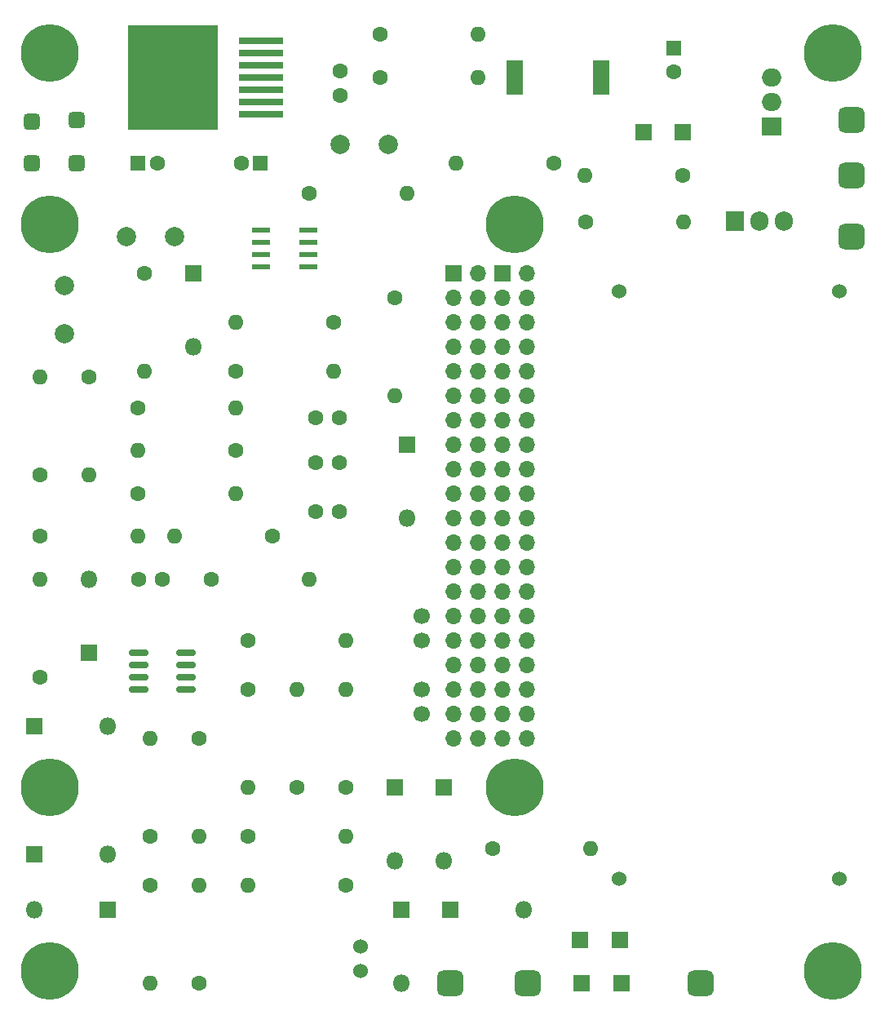
<source format=gbr>
%TF.GenerationSoftware,KiCad,Pcbnew,6.0.8*%
%TF.CreationDate,2023-11-11T15:33:24-08:00*%
%TF.ProjectId,GracefulPSU,47726163-6566-4756-9c50-53552e6b6963,rev?*%
%TF.SameCoordinates,Original*%
%TF.FileFunction,Soldermask,Top*%
%TF.FilePolarity,Negative*%
%FSLAX46Y46*%
G04 Gerber Fmt 4.6, Leading zero omitted, Abs format (unit mm)*
G04 Created by KiCad (PCBNEW 6.0.8) date 2023-11-11 15:33:24*
%MOMM*%
%LPD*%
G01*
G04 APERTURE LIST*
G04 Aperture macros list*
%AMRoundRect*
0 Rectangle with rounded corners*
0 $1 Rounding radius*
0 $2 $3 $4 $5 $6 $7 $8 $9 X,Y pos of 4 corners*
0 Add a 4 corners polygon primitive as box body*
4,1,4,$2,$3,$4,$5,$6,$7,$8,$9,$2,$3,0*
0 Add four circle primitives for the rounded corners*
1,1,$1+$1,$2,$3*
1,1,$1+$1,$4,$5*
1,1,$1+$1,$6,$7*
1,1,$1+$1,$8,$9*
0 Add four rect primitives between the rounded corners*
20,1,$1+$1,$2,$3,$4,$5,0*
20,1,$1+$1,$4,$5,$6,$7,0*
20,1,$1+$1,$6,$7,$8,$9,0*
20,1,$1+$1,$8,$9,$2,$3,0*%
G04 Aperture macros list end*
%ADD10C,1.700000*%
%ADD11C,1.600000*%
%ADD12O,1.600000X1.600000*%
%ADD13R,1.905000X2.000000*%
%ADD14O,1.905000X2.000000*%
%ADD15R,1.600000X1.600000*%
%ADD16R,1.800000X1.800000*%
%ADD17O,1.800000X1.800000*%
%ADD18C,6.000000*%
%ADD19RoundRect,0.675000X-0.675000X-0.675000X0.675000X-0.675000X0.675000X0.675000X-0.675000X0.675000X0*%
%ADD20R,2.000000X1.905000*%
%ADD21O,2.000000X1.905000*%
%ADD22RoundRect,0.150000X-0.825000X-0.150000X0.825000X-0.150000X0.825000X0.150000X-0.825000X0.150000X0*%
%ADD23RoundRect,0.425000X0.425000X-0.425000X0.425000X0.425000X-0.425000X0.425000X-0.425000X-0.425000X0*%
%ADD24C,2.000000*%
%ADD25C,1.524000*%
%ADD26R,1.970000X0.570000*%
%ADD27R,1.700000X1.700000*%
%ADD28O,1.700000X1.700000*%
%ADD29R,1.800000X1.700000*%
%ADD30RoundRect,0.425000X-0.425000X-0.425000X0.425000X-0.425000X0.425000X0.425000X-0.425000X0.425000X0*%
%ADD31R,1.800000X3.600000*%
%ADD32R,4.600000X0.800000*%
%ADD33R,9.400000X10.800000*%
G04 APERTURE END LIST*
D10*
%TO.C,JP4*%
X138924000Y-108585000D03*
%TD*%
%TO.C,JP3*%
X138924000Y-111125000D03*
%TD*%
%TO.C,JP2*%
X138924000Y-103505000D03*
%TD*%
%TO.C,JP1*%
X138924000Y-100965000D03*
%TD*%
D11*
%TO.C,C1*%
X127895000Y-90170000D03*
X130395000Y-90170000D03*
%TD*%
%TO.C,R13*%
X155942000Y-60071000D03*
D12*
X166102000Y-60071000D03*
%TD*%
D13*
%TO.C,Q1*%
X171450000Y-60000000D03*
D14*
X173990000Y-60000000D03*
X176530000Y-60000000D03*
%TD*%
D15*
%TO.C,C8*%
X109460000Y-53975000D03*
D11*
X111460000Y-53975000D03*
%TD*%
%TO.C,R8*%
X120890000Y-123825000D03*
D12*
X131050000Y-123825000D03*
%TD*%
D11*
%TO.C,R22*%
X129780000Y-70485000D03*
D12*
X119620000Y-70485000D03*
%TD*%
D11*
%TO.C,C4*%
X112000000Y-97155000D03*
X109500000Y-97155000D03*
%TD*%
%TO.C,R17*%
X115810000Y-113665000D03*
D12*
X115810000Y-123825000D03*
%TD*%
D11*
%TO.C,R1*%
X120890000Y-103505000D03*
D12*
X131050000Y-103505000D03*
%TD*%
D16*
%TO.C,D2*%
X136130000Y-118745000D03*
D17*
X136130000Y-126365000D03*
%TD*%
D11*
%TO.C,R14*%
X165975000Y-55245000D03*
D12*
X155815000Y-55245000D03*
%TD*%
D11*
%TO.C,C3*%
X130395000Y-85090000D03*
X127895000Y-85090000D03*
%TD*%
%TO.C,R28*%
X127240000Y-57150000D03*
D12*
X137400000Y-57150000D03*
%TD*%
D16*
%TO.C,D8*%
X98665000Y-125730000D03*
D17*
X106285000Y-125730000D03*
%TD*%
D18*
%TO.C,H5*%
X100330000Y-118745000D03*
%TD*%
D11*
%TO.C,R5*%
X131050000Y-118745000D03*
D12*
X131050000Y-108585000D03*
%TD*%
D18*
%TO.C,H2*%
X181610000Y-42545000D03*
%TD*%
D11*
%TO.C,R11*%
X123430000Y-92710000D03*
D12*
X113270000Y-92710000D03*
%TD*%
D11*
%TO.C,R23*%
X109460000Y-79375000D03*
D12*
X119620000Y-79375000D03*
%TD*%
D11*
%TO.C,R27*%
X109460000Y-88265000D03*
D12*
X119620000Y-88265000D03*
%TD*%
D16*
%TO.C,D9*%
X98665000Y-112395000D03*
D17*
X106285000Y-112395000D03*
%TD*%
D19*
%TO.C,J11*%
X183515000Y-55245000D03*
%TD*%
D11*
%TO.C,R21*%
X119620000Y-75565000D03*
D12*
X129780000Y-75565000D03*
%TD*%
D19*
%TO.C,J12*%
X183515000Y-61595000D03*
%TD*%
D11*
%TO.C,R25*%
X104380000Y-76200000D03*
D12*
X104380000Y-86360000D03*
%TD*%
D11*
%TO.C,R2*%
X110730000Y-128905000D03*
D12*
X110730000Y-139065000D03*
%TD*%
D20*
%TO.C,Q3*%
X175260000Y-50165000D03*
D21*
X175260000Y-47625000D03*
X175260000Y-45085000D03*
%TD*%
D11*
%TO.C,R3*%
X125970000Y-118745000D03*
D12*
X125970000Y-108585000D03*
%TD*%
D19*
%TO.C,J3*%
X167880000Y-139065000D03*
%TD*%
D16*
%TO.C,D4*%
X136765000Y-131445000D03*
D17*
X136765000Y-139065000D03*
%TD*%
D22*
%TO.C,U1*%
X109525000Y-104775000D03*
X109525000Y-106045000D03*
X109525000Y-107315000D03*
X109525000Y-108585000D03*
X114475000Y-108585000D03*
X114475000Y-107315000D03*
X114475000Y-106045000D03*
X114475000Y-104775000D03*
%TD*%
D11*
%TO.C,R30*%
X134620000Y-40640000D03*
D12*
X144780000Y-40640000D03*
%TD*%
D11*
%TO.C,R20*%
X99300000Y-86360000D03*
D12*
X99300000Y-76200000D03*
%TD*%
D15*
%TO.C,C10*%
X122160000Y-53975000D03*
D11*
X120160000Y-53975000D03*
%TD*%
%TO.C,R19*%
X99300000Y-107315000D03*
D12*
X99300000Y-97155000D03*
%TD*%
D18*
%TO.C,H1*%
X100330000Y-42545000D03*
%TD*%
D11*
%TO.C,R6*%
X115810000Y-139065000D03*
D12*
X115810000Y-128905000D03*
%TD*%
D16*
%TO.C,D1*%
X141210000Y-118745000D03*
D17*
X141210000Y-126365000D03*
%TD*%
D11*
%TO.C,C9*%
X127895000Y-80391000D03*
X130395000Y-80391000D03*
%TD*%
D18*
%TO.C,H7*%
X100330000Y-137795000D03*
%TD*%
D23*
%TO.C,J7*%
X103110000Y-53975000D03*
%TD*%
D11*
%TO.C,R29*%
X134620000Y-45085000D03*
D12*
X144780000Y-45085000D03*
%TD*%
D24*
%TO.C,C7*%
X113230000Y-61595000D03*
X108230000Y-61595000D03*
%TD*%
D16*
%TO.C,D12*%
X104380000Y-104775000D03*
D17*
X104380000Y-97155000D03*
%TD*%
D15*
%TO.C,C13*%
X165100000Y-42027349D03*
D11*
X165100000Y-44527349D03*
%TD*%
D25*
%TO.C,C5*%
X159385000Y-128270000D03*
X159385000Y-67310000D03*
X182245000Y-67310000D03*
X182245000Y-128270000D03*
%TD*%
D19*
%TO.C,J2*%
X149955000Y-139065000D03*
%TD*%
D26*
%TO.C,Q2*%
X122225000Y-60960000D03*
X122225000Y-62230000D03*
X122225000Y-63500000D03*
X122225000Y-64770000D03*
X127175000Y-64770000D03*
X127175000Y-63500000D03*
X127175000Y-62230000D03*
X127175000Y-60960000D03*
%TD*%
D18*
%TO.C,H6*%
X148590000Y-118745000D03*
%TD*%
D19*
%TO.C,J10*%
X183515000Y-49530000D03*
%TD*%
D23*
%TO.C,J9*%
X98425000Y-49657000D03*
%TD*%
D11*
%TO.C,R15*%
X152640000Y-53975000D03*
D12*
X142480000Y-53975000D03*
%TD*%
D27*
%TO.C,J5*%
X142240000Y-65405000D03*
D28*
X144780000Y-65405000D03*
X142240000Y-67945000D03*
X144780000Y-67945000D03*
X142240000Y-70485000D03*
X144780000Y-70485000D03*
X142240000Y-73025000D03*
X144780000Y-73025000D03*
X142240000Y-75565000D03*
X144780000Y-75565000D03*
X142240000Y-78105000D03*
X144780000Y-78105000D03*
X142240000Y-80645000D03*
X144780000Y-80645000D03*
X142240000Y-83185000D03*
X144780000Y-83185000D03*
X142240000Y-85725000D03*
X144780000Y-85725000D03*
X142240000Y-88265000D03*
X144780000Y-88265000D03*
X142240000Y-90805000D03*
X144780000Y-90805000D03*
X142240000Y-93345000D03*
X144780000Y-93345000D03*
X142240000Y-95885000D03*
X144780000Y-95885000D03*
X142240000Y-98425000D03*
X144780000Y-98425000D03*
X142240000Y-100965000D03*
X144780000Y-100965000D03*
X142240000Y-103505000D03*
X144780000Y-103505000D03*
X142240000Y-106045000D03*
X144780000Y-106045000D03*
X142240000Y-108585000D03*
X144780000Y-108585000D03*
X142240000Y-111125000D03*
X144780000Y-111125000D03*
X142240000Y-113665000D03*
X144780000Y-113665000D03*
%TD*%
D23*
%TO.C,J6*%
X98425000Y-53975000D03*
%TD*%
D24*
%TO.C,C6*%
X101840000Y-71715000D03*
X101840000Y-66715000D03*
%TD*%
D25*
%TO.C,C2*%
X132604000Y-137795000D03*
X132604000Y-135255000D03*
%TD*%
D19*
%TO.C,J1*%
X141845000Y-139065000D03*
%TD*%
D24*
%TO.C,C11*%
X130455000Y-52070000D03*
X135455000Y-52070000D03*
%TD*%
D11*
%TO.C,R24*%
X110095000Y-65405000D03*
D12*
X110095000Y-75565000D03*
%TD*%
D11*
%TO.C,R7*%
X120890000Y-108585000D03*
D12*
X120890000Y-118745000D03*
%TD*%
D11*
%TO.C,C12*%
X130415000Y-44450000D03*
X130415000Y-46950000D03*
%TD*%
D29*
%TO.C,D7*%
X159625000Y-139065000D03*
X155525000Y-139065000D03*
%TD*%
D18*
%TO.C,H4*%
X148590000Y-60325000D03*
%TD*%
D11*
%TO.C,R16*%
X110730000Y-123825000D03*
D12*
X110730000Y-113665000D03*
%TD*%
D16*
%TO.C,D10*%
X137400000Y-83185000D03*
D17*
X137400000Y-90805000D03*
%TD*%
D30*
%TO.C,J8*%
X103110000Y-49530000D03*
%TD*%
D18*
%TO.C,H8*%
X181610000Y-137795000D03*
%TD*%
D11*
%TO.C,R26*%
X119620000Y-83820000D03*
D12*
X109460000Y-83820000D03*
%TD*%
D29*
%TO.C,D13*%
X161925000Y-50800000D03*
X166025000Y-50800000D03*
%TD*%
%TO.C,D6*%
X159480000Y-134620000D03*
X155380000Y-134620000D03*
%TD*%
D11*
%TO.C,R18*%
X117080000Y-97155000D03*
D12*
X127240000Y-97155000D03*
%TD*%
D18*
%TO.C,H3*%
X100330000Y-60325000D03*
%TD*%
D16*
%TO.C,D5*%
X106285000Y-131445000D03*
D17*
X98665000Y-131445000D03*
%TD*%
D11*
%TO.C,R4*%
X131050000Y-128905000D03*
D12*
X120890000Y-128905000D03*
%TD*%
D16*
%TO.C,D11*%
X115175000Y-65405000D03*
D17*
X115175000Y-73025000D03*
%TD*%
D11*
%TO.C,R9*%
X136130000Y-67945000D03*
D12*
X136130000Y-78105000D03*
%TD*%
D31*
%TO.C,L1*%
X148535000Y-45085000D03*
X157535000Y-45085000D03*
%TD*%
D27*
%TO.C,J4*%
X147320000Y-65410000D03*
D28*
X149860000Y-65410000D03*
X147320000Y-67950000D03*
X149860000Y-67950000D03*
X147320000Y-70490000D03*
X149860000Y-70490000D03*
X147320000Y-73030000D03*
X149860000Y-73030000D03*
X147320000Y-75570000D03*
X149860000Y-75570000D03*
X147320000Y-78110000D03*
X149860000Y-78110000D03*
X147320000Y-80650000D03*
X149860000Y-80650000D03*
X147320000Y-83190000D03*
X149860000Y-83190000D03*
X147320000Y-85730000D03*
X149860000Y-85730000D03*
X147320000Y-88270000D03*
X149860000Y-88270000D03*
X147320000Y-90810000D03*
X149860000Y-90810000D03*
X147320000Y-93350000D03*
X149860000Y-93350000D03*
X147320000Y-95890000D03*
X149860000Y-95890000D03*
X147320000Y-98430000D03*
X149860000Y-98430000D03*
X147320000Y-100970000D03*
X149860000Y-100970000D03*
X147320000Y-103510000D03*
X149860000Y-103510000D03*
X147320000Y-106050000D03*
X149860000Y-106050000D03*
X147320000Y-108590000D03*
X149860000Y-108590000D03*
X147320000Y-111130000D03*
X149860000Y-111130000D03*
X147320000Y-113670000D03*
X149860000Y-113670000D03*
%TD*%
D11*
%TO.C,R10*%
X99300000Y-92710000D03*
D12*
X109460000Y-92710000D03*
%TD*%
D11*
%TO.C,R12*%
X146290000Y-125095000D03*
D12*
X156450000Y-125095000D03*
%TD*%
D16*
%TO.C,D3*%
X141845000Y-131445000D03*
D17*
X149465000Y-131445000D03*
%TD*%
D32*
%TO.C,U2*%
X122220000Y-48895000D03*
X122220000Y-47625000D03*
X122220000Y-46355000D03*
X122220000Y-45085000D03*
X122220000Y-43815000D03*
X122220000Y-42545000D03*
X122220000Y-41275000D03*
D33*
X113070000Y-45085000D03*
%TD*%
M02*

</source>
